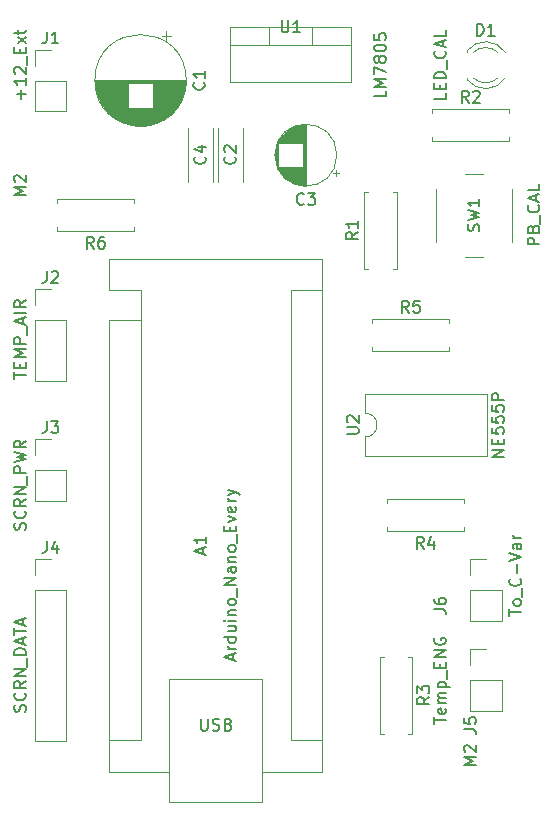
<source format=gbr>
%TF.GenerationSoftware,KiCad,Pcbnew,(6.0.9)*%
%TF.CreationDate,2023-06-07T19:24:55+02:00*%
%TF.ProjectId,PCB_Complet,5043425f-436f-46d7-906c-65742e6b6963,rev?*%
%TF.SameCoordinates,Original*%
%TF.FileFunction,Legend,Top*%
%TF.FilePolarity,Positive*%
%FSLAX46Y46*%
G04 Gerber Fmt 4.6, Leading zero omitted, Abs format (unit mm)*
G04 Created by KiCad (PCBNEW (6.0.9)) date 2023-06-07 19:24:55*
%MOMM*%
%LPD*%
G01*
G04 APERTURE LIST*
%ADD10C,0.150000*%
%ADD11C,0.120000*%
G04 APERTURE END LIST*
D10*
%TO.C,M2*%
X85522380Y-77009523D02*
X84522380Y-77009523D01*
X85236666Y-76676190D01*
X84522380Y-76342857D01*
X85522380Y-76342857D01*
X84617619Y-75914285D02*
X84570000Y-75866666D01*
X84522380Y-75771428D01*
X84522380Y-75533333D01*
X84570000Y-75438095D01*
X84617619Y-75390476D01*
X84712857Y-75342857D01*
X84808095Y-75342857D01*
X84950952Y-75390476D01*
X85522380Y-75961904D01*
X85522380Y-75342857D01*
X123622380Y-125269523D02*
X122622380Y-125269523D01*
X123336666Y-124936190D01*
X122622380Y-124602857D01*
X123622380Y-124602857D01*
X122717619Y-124174285D02*
X122670000Y-124126666D01*
X122622380Y-124031428D01*
X122622380Y-123793333D01*
X122670000Y-123698095D01*
X122717619Y-123650476D01*
X122812857Y-123602857D01*
X122908095Y-123602857D01*
X123050952Y-123650476D01*
X123622380Y-124221904D01*
X123622380Y-123602857D01*
%TO.C,C1*%
X100587142Y-67486666D02*
X100634761Y-67534285D01*
X100682380Y-67677142D01*
X100682380Y-67772380D01*
X100634761Y-67915238D01*
X100539523Y-68010476D01*
X100444285Y-68058095D01*
X100253809Y-68105714D01*
X100110952Y-68105714D01*
X99920476Y-68058095D01*
X99825238Y-68010476D01*
X99730000Y-67915238D01*
X99682380Y-67772380D01*
X99682380Y-67677142D01*
X99730000Y-67534285D01*
X99777619Y-67486666D01*
X100682380Y-66534285D02*
X100682380Y-67105714D01*
X100682380Y-66820000D02*
X99682380Y-66820000D01*
X99825238Y-66915238D01*
X99920476Y-67010476D01*
X99968095Y-67105714D01*
%TO.C,J6*%
X120082380Y-112123333D02*
X120796666Y-112123333D01*
X120939523Y-112170952D01*
X121034761Y-112266190D01*
X121082380Y-112409047D01*
X121082380Y-112504285D01*
X120082380Y-111218571D02*
X120082380Y-111409047D01*
X120130000Y-111504285D01*
X120177619Y-111551904D01*
X120320476Y-111647142D01*
X120510952Y-111694761D01*
X120891904Y-111694761D01*
X120987142Y-111647142D01*
X121034761Y-111599523D01*
X121082380Y-111504285D01*
X121082380Y-111313809D01*
X121034761Y-111218571D01*
X120987142Y-111170952D01*
X120891904Y-111123333D01*
X120653809Y-111123333D01*
X120558571Y-111170952D01*
X120510952Y-111218571D01*
X120463333Y-111313809D01*
X120463333Y-111504285D01*
X120510952Y-111599523D01*
X120558571Y-111647142D01*
X120653809Y-111694761D01*
X126452380Y-112648571D02*
X126452380Y-112077142D01*
X127452380Y-112362857D02*
X126452380Y-112362857D01*
X127452380Y-111600952D02*
X127404761Y-111696190D01*
X127357142Y-111743809D01*
X127261904Y-111791428D01*
X126976190Y-111791428D01*
X126880952Y-111743809D01*
X126833333Y-111696190D01*
X126785714Y-111600952D01*
X126785714Y-111458095D01*
X126833333Y-111362857D01*
X126880952Y-111315238D01*
X126976190Y-111267619D01*
X127261904Y-111267619D01*
X127357142Y-111315238D01*
X127404761Y-111362857D01*
X127452380Y-111458095D01*
X127452380Y-111600952D01*
X127547619Y-111077142D02*
X127547619Y-110315238D01*
X127357142Y-109505714D02*
X127404761Y-109553333D01*
X127452380Y-109696190D01*
X127452380Y-109791428D01*
X127404761Y-109934285D01*
X127309523Y-110029523D01*
X127214285Y-110077142D01*
X127023809Y-110124761D01*
X126880952Y-110124761D01*
X126690476Y-110077142D01*
X126595238Y-110029523D01*
X126500000Y-109934285D01*
X126452380Y-109791428D01*
X126452380Y-109696190D01*
X126500000Y-109553333D01*
X126547619Y-109505714D01*
X127071428Y-109077142D02*
X127071428Y-108315238D01*
X126452380Y-107981904D02*
X127452380Y-107648571D01*
X126452380Y-107315238D01*
X127452380Y-106553333D02*
X126928571Y-106553333D01*
X126833333Y-106600952D01*
X126785714Y-106696190D01*
X126785714Y-106886666D01*
X126833333Y-106981904D01*
X127404761Y-106553333D02*
X127452380Y-106648571D01*
X127452380Y-106886666D01*
X127404761Y-106981904D01*
X127309523Y-107029523D01*
X127214285Y-107029523D01*
X127119047Y-106981904D01*
X127071428Y-106886666D01*
X127071428Y-106648571D01*
X127023809Y-106553333D01*
X127452380Y-106077142D02*
X126785714Y-106077142D01*
X126976190Y-106077142D02*
X126880952Y-106029523D01*
X126833333Y-105981904D01*
X126785714Y-105886666D01*
X126785714Y-105791428D01*
%TO.C,C4*%
X100667142Y-73786666D02*
X100714761Y-73834285D01*
X100762380Y-73977142D01*
X100762380Y-74072380D01*
X100714761Y-74215238D01*
X100619523Y-74310476D01*
X100524285Y-74358095D01*
X100333809Y-74405714D01*
X100190952Y-74405714D01*
X100000476Y-74358095D01*
X99905238Y-74310476D01*
X99810000Y-74215238D01*
X99762380Y-74072380D01*
X99762380Y-73977142D01*
X99810000Y-73834285D01*
X99857619Y-73786666D01*
X100095714Y-72929523D02*
X100762380Y-72929523D01*
X99714761Y-73167619D02*
X100429047Y-73405714D01*
X100429047Y-72786666D01*
%TO.C,R3*%
X119662380Y-119546666D02*
X119186190Y-119880000D01*
X119662380Y-120118095D02*
X118662380Y-120118095D01*
X118662380Y-119737142D01*
X118710000Y-119641904D01*
X118757619Y-119594285D01*
X118852857Y-119546666D01*
X118995714Y-119546666D01*
X119090952Y-119594285D01*
X119138571Y-119641904D01*
X119186190Y-119737142D01*
X119186190Y-120118095D01*
X118662380Y-119213333D02*
X118662380Y-118594285D01*
X119043333Y-118927619D01*
X119043333Y-118784761D01*
X119090952Y-118689523D01*
X119138571Y-118641904D01*
X119233809Y-118594285D01*
X119471904Y-118594285D01*
X119567142Y-118641904D01*
X119614761Y-118689523D01*
X119662380Y-118784761D01*
X119662380Y-119070476D01*
X119614761Y-119165714D01*
X119567142Y-119213333D01*
%TO.C,SW1*%
X123864761Y-80073333D02*
X123912380Y-79930476D01*
X123912380Y-79692380D01*
X123864761Y-79597142D01*
X123817142Y-79549523D01*
X123721904Y-79501904D01*
X123626666Y-79501904D01*
X123531428Y-79549523D01*
X123483809Y-79597142D01*
X123436190Y-79692380D01*
X123388571Y-79882857D01*
X123340952Y-79978095D01*
X123293333Y-80025714D01*
X123198095Y-80073333D01*
X123102857Y-80073333D01*
X123007619Y-80025714D01*
X122960000Y-79978095D01*
X122912380Y-79882857D01*
X122912380Y-79644761D01*
X122960000Y-79501904D01*
X122912380Y-79168571D02*
X123912380Y-78930476D01*
X123198095Y-78740000D01*
X123912380Y-78549523D01*
X122912380Y-78311428D01*
X123912380Y-77406666D02*
X123912380Y-77978095D01*
X123912380Y-77692380D02*
X122912380Y-77692380D01*
X123055238Y-77787619D01*
X123150476Y-77882857D01*
X123198095Y-77978095D01*
X128992380Y-81216190D02*
X127992380Y-81216190D01*
X127992380Y-80835238D01*
X128040000Y-80740000D01*
X128087619Y-80692380D01*
X128182857Y-80644761D01*
X128325714Y-80644761D01*
X128420952Y-80692380D01*
X128468571Y-80740000D01*
X128516190Y-80835238D01*
X128516190Y-81216190D01*
X128468571Y-79882857D02*
X128516190Y-79740000D01*
X128563809Y-79692380D01*
X128659047Y-79644761D01*
X128801904Y-79644761D01*
X128897142Y-79692380D01*
X128944761Y-79740000D01*
X128992380Y-79835238D01*
X128992380Y-80216190D01*
X127992380Y-80216190D01*
X127992380Y-79882857D01*
X128040000Y-79787619D01*
X128087619Y-79740000D01*
X128182857Y-79692380D01*
X128278095Y-79692380D01*
X128373333Y-79740000D01*
X128420952Y-79787619D01*
X128468571Y-79882857D01*
X128468571Y-80216190D01*
X129087619Y-79454285D02*
X129087619Y-78692380D01*
X128897142Y-77882857D02*
X128944761Y-77930476D01*
X128992380Y-78073333D01*
X128992380Y-78168571D01*
X128944761Y-78311428D01*
X128849523Y-78406666D01*
X128754285Y-78454285D01*
X128563809Y-78501904D01*
X128420952Y-78501904D01*
X128230476Y-78454285D01*
X128135238Y-78406666D01*
X128040000Y-78311428D01*
X127992380Y-78168571D01*
X127992380Y-78073333D01*
X128040000Y-77930476D01*
X128087619Y-77882857D01*
X128706666Y-77501904D02*
X128706666Y-77025714D01*
X128992380Y-77597142D02*
X127992380Y-77263809D01*
X128992380Y-76930476D01*
X128992380Y-76120952D02*
X128992380Y-76597142D01*
X127992380Y-76597142D01*
%TO.C,R4*%
X119193333Y-106962380D02*
X118860000Y-106486190D01*
X118621904Y-106962380D02*
X118621904Y-105962380D01*
X119002857Y-105962380D01*
X119098095Y-106010000D01*
X119145714Y-106057619D01*
X119193333Y-106152857D01*
X119193333Y-106295714D01*
X119145714Y-106390952D01*
X119098095Y-106438571D01*
X119002857Y-106486190D01*
X118621904Y-106486190D01*
X120050476Y-106295714D02*
X120050476Y-106962380D01*
X119812380Y-105914761D02*
X119574285Y-106629047D01*
X120193333Y-106629047D01*
%TO.C,U1*%
X107168095Y-62252380D02*
X107168095Y-63061904D01*
X107215714Y-63157142D01*
X107263333Y-63204761D01*
X107358571Y-63252380D01*
X107549047Y-63252380D01*
X107644285Y-63204761D01*
X107691904Y-63157142D01*
X107739523Y-63061904D01*
X107739523Y-62252380D01*
X108739523Y-63252380D02*
X108168095Y-63252380D01*
X108453809Y-63252380D02*
X108453809Y-62252380D01*
X108358571Y-62395238D01*
X108263333Y-62490476D01*
X108168095Y-62538095D01*
X116002380Y-68206666D02*
X116002380Y-68682857D01*
X115002380Y-68682857D01*
X116002380Y-67873333D02*
X115002380Y-67873333D01*
X115716666Y-67540000D01*
X115002380Y-67206666D01*
X116002380Y-67206666D01*
X115002380Y-66825714D02*
X115002380Y-66159047D01*
X116002380Y-66587619D01*
X115430952Y-65635238D02*
X115383333Y-65730476D01*
X115335714Y-65778095D01*
X115240476Y-65825714D01*
X115192857Y-65825714D01*
X115097619Y-65778095D01*
X115050000Y-65730476D01*
X115002380Y-65635238D01*
X115002380Y-65444761D01*
X115050000Y-65349523D01*
X115097619Y-65301904D01*
X115192857Y-65254285D01*
X115240476Y-65254285D01*
X115335714Y-65301904D01*
X115383333Y-65349523D01*
X115430952Y-65444761D01*
X115430952Y-65635238D01*
X115478571Y-65730476D01*
X115526190Y-65778095D01*
X115621428Y-65825714D01*
X115811904Y-65825714D01*
X115907142Y-65778095D01*
X115954761Y-65730476D01*
X116002380Y-65635238D01*
X116002380Y-65444761D01*
X115954761Y-65349523D01*
X115907142Y-65301904D01*
X115811904Y-65254285D01*
X115621428Y-65254285D01*
X115526190Y-65301904D01*
X115478571Y-65349523D01*
X115430952Y-65444761D01*
X115002380Y-64635238D02*
X115002380Y-64540000D01*
X115050000Y-64444761D01*
X115097619Y-64397142D01*
X115192857Y-64349523D01*
X115383333Y-64301904D01*
X115621428Y-64301904D01*
X115811904Y-64349523D01*
X115907142Y-64397142D01*
X115954761Y-64444761D01*
X116002380Y-64540000D01*
X116002380Y-64635238D01*
X115954761Y-64730476D01*
X115907142Y-64778095D01*
X115811904Y-64825714D01*
X115621428Y-64873333D01*
X115383333Y-64873333D01*
X115192857Y-64825714D01*
X115097619Y-64778095D01*
X115050000Y-64730476D01*
X115002380Y-64635238D01*
X115002380Y-63397142D02*
X115002380Y-63873333D01*
X115478571Y-63920952D01*
X115430952Y-63873333D01*
X115383333Y-63778095D01*
X115383333Y-63540000D01*
X115430952Y-63444761D01*
X115478571Y-63397142D01*
X115573809Y-63349523D01*
X115811904Y-63349523D01*
X115907142Y-63397142D01*
X115954761Y-63444761D01*
X116002380Y-63540000D01*
X116002380Y-63778095D01*
X115954761Y-63873333D01*
X115907142Y-63920952D01*
%TO.C,R6*%
X91253333Y-81562380D02*
X90920000Y-81086190D01*
X90681904Y-81562380D02*
X90681904Y-80562380D01*
X91062857Y-80562380D01*
X91158095Y-80610000D01*
X91205714Y-80657619D01*
X91253333Y-80752857D01*
X91253333Y-80895714D01*
X91205714Y-80990952D01*
X91158095Y-81038571D01*
X91062857Y-81086190D01*
X90681904Y-81086190D01*
X92110476Y-80562380D02*
X91920000Y-80562380D01*
X91824761Y-80610000D01*
X91777142Y-80657619D01*
X91681904Y-80800476D01*
X91634285Y-80990952D01*
X91634285Y-81371904D01*
X91681904Y-81467142D01*
X91729523Y-81514761D01*
X91824761Y-81562380D01*
X92015238Y-81562380D01*
X92110476Y-81514761D01*
X92158095Y-81467142D01*
X92205714Y-81371904D01*
X92205714Y-81133809D01*
X92158095Y-81038571D01*
X92110476Y-80990952D01*
X92015238Y-80943333D01*
X91824761Y-80943333D01*
X91729523Y-80990952D01*
X91681904Y-81038571D01*
X91634285Y-81133809D01*
%TO.C,R2*%
X123003333Y-69202380D02*
X122670000Y-68726190D01*
X122431904Y-69202380D02*
X122431904Y-68202380D01*
X122812857Y-68202380D01*
X122908095Y-68250000D01*
X122955714Y-68297619D01*
X123003333Y-68392857D01*
X123003333Y-68535714D01*
X122955714Y-68630952D01*
X122908095Y-68678571D01*
X122812857Y-68726190D01*
X122431904Y-68726190D01*
X123384285Y-68297619D02*
X123431904Y-68250000D01*
X123527142Y-68202380D01*
X123765238Y-68202380D01*
X123860476Y-68250000D01*
X123908095Y-68297619D01*
X123955714Y-68392857D01*
X123955714Y-68488095D01*
X123908095Y-68630952D01*
X123336666Y-69202380D01*
X123955714Y-69202380D01*
%TO.C,C2*%
X103207142Y-73786666D02*
X103254761Y-73834285D01*
X103302380Y-73977142D01*
X103302380Y-74072380D01*
X103254761Y-74215238D01*
X103159523Y-74310476D01*
X103064285Y-74358095D01*
X102873809Y-74405714D01*
X102730952Y-74405714D01*
X102540476Y-74358095D01*
X102445238Y-74310476D01*
X102350000Y-74215238D01*
X102302380Y-74072380D01*
X102302380Y-73977142D01*
X102350000Y-73834285D01*
X102397619Y-73786666D01*
X102397619Y-73405714D02*
X102350000Y-73358095D01*
X102302380Y-73262857D01*
X102302380Y-73024761D01*
X102350000Y-72929523D01*
X102397619Y-72881904D01*
X102492857Y-72834285D01*
X102588095Y-72834285D01*
X102730952Y-72881904D01*
X103302380Y-73453333D01*
X103302380Y-72834285D01*
%TO.C,J3*%
X87276666Y-96182380D02*
X87276666Y-96896666D01*
X87229047Y-97039523D01*
X87133809Y-97134761D01*
X86990952Y-97182380D01*
X86895714Y-97182380D01*
X87657619Y-96182380D02*
X88276666Y-96182380D01*
X87943333Y-96563333D01*
X88086190Y-96563333D01*
X88181428Y-96610952D01*
X88229047Y-96658571D01*
X88276666Y-96753809D01*
X88276666Y-96991904D01*
X88229047Y-97087142D01*
X88181428Y-97134761D01*
X88086190Y-97182380D01*
X87800476Y-97182380D01*
X87705238Y-97134761D01*
X87657619Y-97087142D01*
X85474761Y-105361904D02*
X85522380Y-105219047D01*
X85522380Y-104980952D01*
X85474761Y-104885714D01*
X85427142Y-104838095D01*
X85331904Y-104790476D01*
X85236666Y-104790476D01*
X85141428Y-104838095D01*
X85093809Y-104885714D01*
X85046190Y-104980952D01*
X84998571Y-105171428D01*
X84950952Y-105266666D01*
X84903333Y-105314285D01*
X84808095Y-105361904D01*
X84712857Y-105361904D01*
X84617619Y-105314285D01*
X84570000Y-105266666D01*
X84522380Y-105171428D01*
X84522380Y-104933333D01*
X84570000Y-104790476D01*
X85427142Y-103790476D02*
X85474761Y-103838095D01*
X85522380Y-103980952D01*
X85522380Y-104076190D01*
X85474761Y-104219047D01*
X85379523Y-104314285D01*
X85284285Y-104361904D01*
X85093809Y-104409523D01*
X84950952Y-104409523D01*
X84760476Y-104361904D01*
X84665238Y-104314285D01*
X84570000Y-104219047D01*
X84522380Y-104076190D01*
X84522380Y-103980952D01*
X84570000Y-103838095D01*
X84617619Y-103790476D01*
X85522380Y-102790476D02*
X85046190Y-103123809D01*
X85522380Y-103361904D02*
X84522380Y-103361904D01*
X84522380Y-102980952D01*
X84570000Y-102885714D01*
X84617619Y-102838095D01*
X84712857Y-102790476D01*
X84855714Y-102790476D01*
X84950952Y-102838095D01*
X84998571Y-102885714D01*
X85046190Y-102980952D01*
X85046190Y-103361904D01*
X85522380Y-102361904D02*
X84522380Y-102361904D01*
X85522380Y-101790476D01*
X84522380Y-101790476D01*
X85617619Y-101552380D02*
X85617619Y-100790476D01*
X85522380Y-100552380D02*
X84522380Y-100552380D01*
X84522380Y-100171428D01*
X84570000Y-100076190D01*
X84617619Y-100028571D01*
X84712857Y-99980952D01*
X84855714Y-99980952D01*
X84950952Y-100028571D01*
X84998571Y-100076190D01*
X85046190Y-100171428D01*
X85046190Y-100552380D01*
X84522380Y-99647619D02*
X85522380Y-99409523D01*
X84808095Y-99219047D01*
X85522380Y-99028571D01*
X84522380Y-98790476D01*
X85522380Y-97838095D02*
X85046190Y-98171428D01*
X85522380Y-98409523D02*
X84522380Y-98409523D01*
X84522380Y-98028571D01*
X84570000Y-97933333D01*
X84617619Y-97885714D01*
X84712857Y-97838095D01*
X84855714Y-97838095D01*
X84950952Y-97885714D01*
X84998571Y-97933333D01*
X85046190Y-98028571D01*
X85046190Y-98409523D01*
%TO.C,C3*%
X109053333Y-77767142D02*
X109005714Y-77814761D01*
X108862857Y-77862380D01*
X108767619Y-77862380D01*
X108624761Y-77814761D01*
X108529523Y-77719523D01*
X108481904Y-77624285D01*
X108434285Y-77433809D01*
X108434285Y-77290952D01*
X108481904Y-77100476D01*
X108529523Y-77005238D01*
X108624761Y-76910000D01*
X108767619Y-76862380D01*
X108862857Y-76862380D01*
X109005714Y-76910000D01*
X109053333Y-76957619D01*
X109386666Y-76862380D02*
X110005714Y-76862380D01*
X109672380Y-77243333D01*
X109815238Y-77243333D01*
X109910476Y-77290952D01*
X109958095Y-77338571D01*
X110005714Y-77433809D01*
X110005714Y-77671904D01*
X109958095Y-77767142D01*
X109910476Y-77814761D01*
X109815238Y-77862380D01*
X109529523Y-77862380D01*
X109434285Y-77814761D01*
X109386666Y-77767142D01*
%TO.C,R1*%
X113632380Y-80176666D02*
X113156190Y-80510000D01*
X113632380Y-80748095D02*
X112632380Y-80748095D01*
X112632380Y-80367142D01*
X112680000Y-80271904D01*
X112727619Y-80224285D01*
X112822857Y-80176666D01*
X112965714Y-80176666D01*
X113060952Y-80224285D01*
X113108571Y-80271904D01*
X113156190Y-80367142D01*
X113156190Y-80748095D01*
X113632380Y-79224285D02*
X113632380Y-79795714D01*
X113632380Y-79510000D02*
X112632380Y-79510000D01*
X112775238Y-79605238D01*
X112870476Y-79700476D01*
X112918095Y-79795714D01*
%TO.C,J4*%
X87276666Y-106342380D02*
X87276666Y-107056666D01*
X87229047Y-107199523D01*
X87133809Y-107294761D01*
X86990952Y-107342380D01*
X86895714Y-107342380D01*
X88181428Y-106675714D02*
X88181428Y-107342380D01*
X87943333Y-106294761D02*
X87705238Y-107009047D01*
X88324285Y-107009047D01*
X85474761Y-120768571D02*
X85522380Y-120625714D01*
X85522380Y-120387619D01*
X85474761Y-120292380D01*
X85427142Y-120244761D01*
X85331904Y-120197142D01*
X85236666Y-120197142D01*
X85141428Y-120244761D01*
X85093809Y-120292380D01*
X85046190Y-120387619D01*
X84998571Y-120578095D01*
X84950952Y-120673333D01*
X84903333Y-120720952D01*
X84808095Y-120768571D01*
X84712857Y-120768571D01*
X84617619Y-120720952D01*
X84570000Y-120673333D01*
X84522380Y-120578095D01*
X84522380Y-120340000D01*
X84570000Y-120197142D01*
X85427142Y-119197142D02*
X85474761Y-119244761D01*
X85522380Y-119387619D01*
X85522380Y-119482857D01*
X85474761Y-119625714D01*
X85379523Y-119720952D01*
X85284285Y-119768571D01*
X85093809Y-119816190D01*
X84950952Y-119816190D01*
X84760476Y-119768571D01*
X84665238Y-119720952D01*
X84570000Y-119625714D01*
X84522380Y-119482857D01*
X84522380Y-119387619D01*
X84570000Y-119244761D01*
X84617619Y-119197142D01*
X85522380Y-118197142D02*
X85046190Y-118530476D01*
X85522380Y-118768571D02*
X84522380Y-118768571D01*
X84522380Y-118387619D01*
X84570000Y-118292380D01*
X84617619Y-118244761D01*
X84712857Y-118197142D01*
X84855714Y-118197142D01*
X84950952Y-118244761D01*
X84998571Y-118292380D01*
X85046190Y-118387619D01*
X85046190Y-118768571D01*
X85522380Y-117768571D02*
X84522380Y-117768571D01*
X85522380Y-117197142D01*
X84522380Y-117197142D01*
X85617619Y-116959047D02*
X85617619Y-116197142D01*
X85522380Y-115959047D02*
X84522380Y-115959047D01*
X84522380Y-115720952D01*
X84570000Y-115578095D01*
X84665238Y-115482857D01*
X84760476Y-115435238D01*
X84950952Y-115387619D01*
X85093809Y-115387619D01*
X85284285Y-115435238D01*
X85379523Y-115482857D01*
X85474761Y-115578095D01*
X85522380Y-115720952D01*
X85522380Y-115959047D01*
X85236666Y-115006666D02*
X85236666Y-114530476D01*
X85522380Y-115101904D02*
X84522380Y-114768571D01*
X85522380Y-114435238D01*
X84522380Y-114244761D02*
X84522380Y-113673333D01*
X85522380Y-113959047D02*
X84522380Y-113959047D01*
X85236666Y-113387619D02*
X85236666Y-112911428D01*
X85522380Y-113482857D02*
X84522380Y-113149523D01*
X85522380Y-112816190D01*
%TO.C,U2*%
X112702380Y-97271904D02*
X113511904Y-97271904D01*
X113607142Y-97224285D01*
X113654761Y-97176666D01*
X113702380Y-97081428D01*
X113702380Y-96890952D01*
X113654761Y-96795714D01*
X113607142Y-96748095D01*
X113511904Y-96700476D01*
X112702380Y-96700476D01*
X112797619Y-96271904D02*
X112750000Y-96224285D01*
X112702380Y-96129047D01*
X112702380Y-95890952D01*
X112750000Y-95795714D01*
X112797619Y-95748095D01*
X112892857Y-95700476D01*
X112988095Y-95700476D01*
X113130952Y-95748095D01*
X113702380Y-96319523D01*
X113702380Y-95700476D01*
X125982380Y-99176666D02*
X124982380Y-99176666D01*
X125982380Y-98605238D01*
X124982380Y-98605238D01*
X125458571Y-98129047D02*
X125458571Y-97795714D01*
X125982380Y-97652857D02*
X125982380Y-98129047D01*
X124982380Y-98129047D01*
X124982380Y-97652857D01*
X124982380Y-96748095D02*
X124982380Y-97224285D01*
X125458571Y-97271904D01*
X125410952Y-97224285D01*
X125363333Y-97129047D01*
X125363333Y-96890952D01*
X125410952Y-96795714D01*
X125458571Y-96748095D01*
X125553809Y-96700476D01*
X125791904Y-96700476D01*
X125887142Y-96748095D01*
X125934761Y-96795714D01*
X125982380Y-96890952D01*
X125982380Y-97129047D01*
X125934761Y-97224285D01*
X125887142Y-97271904D01*
X124982380Y-95795714D02*
X124982380Y-96271904D01*
X125458571Y-96319523D01*
X125410952Y-96271904D01*
X125363333Y-96176666D01*
X125363333Y-95938571D01*
X125410952Y-95843333D01*
X125458571Y-95795714D01*
X125553809Y-95748095D01*
X125791904Y-95748095D01*
X125887142Y-95795714D01*
X125934761Y-95843333D01*
X125982380Y-95938571D01*
X125982380Y-96176666D01*
X125934761Y-96271904D01*
X125887142Y-96319523D01*
X124982380Y-94843333D02*
X124982380Y-95319523D01*
X125458571Y-95367142D01*
X125410952Y-95319523D01*
X125363333Y-95224285D01*
X125363333Y-94986190D01*
X125410952Y-94890952D01*
X125458571Y-94843333D01*
X125553809Y-94795714D01*
X125791904Y-94795714D01*
X125887142Y-94843333D01*
X125934761Y-94890952D01*
X125982380Y-94986190D01*
X125982380Y-95224285D01*
X125934761Y-95319523D01*
X125887142Y-95367142D01*
X125982380Y-94367142D02*
X124982380Y-94367142D01*
X124982380Y-93986190D01*
X125030000Y-93890952D01*
X125077619Y-93843333D01*
X125172857Y-93795714D01*
X125315714Y-93795714D01*
X125410952Y-93843333D01*
X125458571Y-93890952D01*
X125506190Y-93986190D01*
X125506190Y-94367142D01*
%TO.C,A1*%
X100476666Y-107394285D02*
X100476666Y-106918095D01*
X100762380Y-107489523D02*
X99762380Y-107156190D01*
X100762380Y-106822857D01*
X100762380Y-105965714D02*
X100762380Y-106537142D01*
X100762380Y-106251428D02*
X99762380Y-106251428D01*
X99905238Y-106346666D01*
X100000476Y-106441904D01*
X100048095Y-106537142D01*
X103016666Y-116410476D02*
X103016666Y-115934285D01*
X103302380Y-116505714D02*
X102302380Y-116172380D01*
X103302380Y-115839047D01*
X103302380Y-115505714D02*
X102635714Y-115505714D01*
X102826190Y-115505714D02*
X102730952Y-115458095D01*
X102683333Y-115410476D01*
X102635714Y-115315238D01*
X102635714Y-115220000D01*
X103302380Y-114458095D02*
X102302380Y-114458095D01*
X103254761Y-114458095D02*
X103302380Y-114553333D01*
X103302380Y-114743809D01*
X103254761Y-114839047D01*
X103207142Y-114886666D01*
X103111904Y-114934285D01*
X102826190Y-114934285D01*
X102730952Y-114886666D01*
X102683333Y-114839047D01*
X102635714Y-114743809D01*
X102635714Y-114553333D01*
X102683333Y-114458095D01*
X102635714Y-113553333D02*
X103302380Y-113553333D01*
X102635714Y-113981904D02*
X103159523Y-113981904D01*
X103254761Y-113934285D01*
X103302380Y-113839047D01*
X103302380Y-113696190D01*
X103254761Y-113600952D01*
X103207142Y-113553333D01*
X103302380Y-113077142D02*
X102635714Y-113077142D01*
X102302380Y-113077142D02*
X102350000Y-113124761D01*
X102397619Y-113077142D01*
X102350000Y-113029523D01*
X102302380Y-113077142D01*
X102397619Y-113077142D01*
X102635714Y-112600952D02*
X103302380Y-112600952D01*
X102730952Y-112600952D02*
X102683333Y-112553333D01*
X102635714Y-112458095D01*
X102635714Y-112315238D01*
X102683333Y-112220000D01*
X102778571Y-112172380D01*
X103302380Y-112172380D01*
X103302380Y-111553333D02*
X103254761Y-111648571D01*
X103207142Y-111696190D01*
X103111904Y-111743809D01*
X102826190Y-111743809D01*
X102730952Y-111696190D01*
X102683333Y-111648571D01*
X102635714Y-111553333D01*
X102635714Y-111410476D01*
X102683333Y-111315238D01*
X102730952Y-111267619D01*
X102826190Y-111220000D01*
X103111904Y-111220000D01*
X103207142Y-111267619D01*
X103254761Y-111315238D01*
X103302380Y-111410476D01*
X103302380Y-111553333D01*
X103397619Y-111029523D02*
X103397619Y-110267619D01*
X103302380Y-110029523D02*
X102302380Y-110029523D01*
X103302380Y-109458095D01*
X102302380Y-109458095D01*
X103302380Y-108553333D02*
X102778571Y-108553333D01*
X102683333Y-108600952D01*
X102635714Y-108696190D01*
X102635714Y-108886666D01*
X102683333Y-108981904D01*
X103254761Y-108553333D02*
X103302380Y-108648571D01*
X103302380Y-108886666D01*
X103254761Y-108981904D01*
X103159523Y-109029523D01*
X103064285Y-109029523D01*
X102969047Y-108981904D01*
X102921428Y-108886666D01*
X102921428Y-108648571D01*
X102873809Y-108553333D01*
X102635714Y-108077142D02*
X103302380Y-108077142D01*
X102730952Y-108077142D02*
X102683333Y-108029523D01*
X102635714Y-107934285D01*
X102635714Y-107791428D01*
X102683333Y-107696190D01*
X102778571Y-107648571D01*
X103302380Y-107648571D01*
X103302380Y-107029523D02*
X103254761Y-107124761D01*
X103207142Y-107172380D01*
X103111904Y-107220000D01*
X102826190Y-107220000D01*
X102730952Y-107172380D01*
X102683333Y-107124761D01*
X102635714Y-107029523D01*
X102635714Y-106886666D01*
X102683333Y-106791428D01*
X102730952Y-106743809D01*
X102826190Y-106696190D01*
X103111904Y-106696190D01*
X103207142Y-106743809D01*
X103254761Y-106791428D01*
X103302380Y-106886666D01*
X103302380Y-107029523D01*
X103397619Y-106505714D02*
X103397619Y-105743809D01*
X102778571Y-105505714D02*
X102778571Y-105172380D01*
X103302380Y-105029523D02*
X103302380Y-105505714D01*
X102302380Y-105505714D01*
X102302380Y-105029523D01*
X102635714Y-104696190D02*
X103302380Y-104458095D01*
X102635714Y-104220000D01*
X103254761Y-103458095D02*
X103302380Y-103553333D01*
X103302380Y-103743809D01*
X103254761Y-103839047D01*
X103159523Y-103886666D01*
X102778571Y-103886666D01*
X102683333Y-103839047D01*
X102635714Y-103743809D01*
X102635714Y-103553333D01*
X102683333Y-103458095D01*
X102778571Y-103410476D01*
X102873809Y-103410476D01*
X102969047Y-103886666D01*
X103302380Y-102981904D02*
X102635714Y-102981904D01*
X102826190Y-102981904D02*
X102730952Y-102934285D01*
X102683333Y-102886666D01*
X102635714Y-102791428D01*
X102635714Y-102696190D01*
X102635714Y-102458095D02*
X103302380Y-102220000D01*
X102635714Y-101981904D02*
X103302380Y-102220000D01*
X103540476Y-102315238D01*
X103588095Y-102362857D01*
X103635714Y-102458095D01*
X100338095Y-121372380D02*
X100338095Y-122181904D01*
X100385714Y-122277142D01*
X100433333Y-122324761D01*
X100528571Y-122372380D01*
X100719047Y-122372380D01*
X100814285Y-122324761D01*
X100861904Y-122277142D01*
X100909523Y-122181904D01*
X100909523Y-121372380D01*
X101338095Y-122324761D02*
X101480952Y-122372380D01*
X101719047Y-122372380D01*
X101814285Y-122324761D01*
X101861904Y-122277142D01*
X101909523Y-122181904D01*
X101909523Y-122086666D01*
X101861904Y-121991428D01*
X101814285Y-121943809D01*
X101719047Y-121896190D01*
X101528571Y-121848571D01*
X101433333Y-121800952D01*
X101385714Y-121753333D01*
X101338095Y-121658095D01*
X101338095Y-121562857D01*
X101385714Y-121467619D01*
X101433333Y-121420000D01*
X101528571Y-121372380D01*
X101766666Y-121372380D01*
X101909523Y-121420000D01*
X102671428Y-121848571D02*
X102814285Y-121896190D01*
X102861904Y-121943809D01*
X102909523Y-122039047D01*
X102909523Y-122181904D01*
X102861904Y-122277142D01*
X102814285Y-122324761D01*
X102719047Y-122372380D01*
X102338095Y-122372380D01*
X102338095Y-121372380D01*
X102671428Y-121372380D01*
X102766666Y-121420000D01*
X102814285Y-121467619D01*
X102861904Y-121562857D01*
X102861904Y-121658095D01*
X102814285Y-121753333D01*
X102766666Y-121800952D01*
X102671428Y-121848571D01*
X102338095Y-121848571D01*
%TO.C,J2*%
X87276666Y-83482380D02*
X87276666Y-84196666D01*
X87229047Y-84339523D01*
X87133809Y-84434761D01*
X86990952Y-84482380D01*
X86895714Y-84482380D01*
X87705238Y-83577619D02*
X87752857Y-83530000D01*
X87848095Y-83482380D01*
X88086190Y-83482380D01*
X88181428Y-83530000D01*
X88229047Y-83577619D01*
X88276666Y-83672857D01*
X88276666Y-83768095D01*
X88229047Y-83910952D01*
X87657619Y-84482380D01*
X88276666Y-84482380D01*
X84522380Y-92574642D02*
X84522380Y-92003214D01*
X85522380Y-92288928D02*
X84522380Y-92288928D01*
X84998571Y-91669880D02*
X84998571Y-91336547D01*
X85522380Y-91193690D02*
X85522380Y-91669880D01*
X84522380Y-91669880D01*
X84522380Y-91193690D01*
X85522380Y-90765119D02*
X84522380Y-90765119D01*
X85236666Y-90431785D01*
X84522380Y-90098452D01*
X85522380Y-90098452D01*
X85522380Y-89622261D02*
X84522380Y-89622261D01*
X84522380Y-89241309D01*
X84570000Y-89146071D01*
X84617619Y-89098452D01*
X84712857Y-89050833D01*
X84855714Y-89050833D01*
X84950952Y-89098452D01*
X84998571Y-89146071D01*
X85046190Y-89241309D01*
X85046190Y-89622261D01*
X85617619Y-88860357D02*
X85617619Y-88098452D01*
X85236666Y-87907976D02*
X85236666Y-87431785D01*
X85522380Y-88003214D02*
X84522380Y-87669880D01*
X85522380Y-87336547D01*
X85522380Y-87003214D02*
X84522380Y-87003214D01*
X85522380Y-85955595D02*
X85046190Y-86288928D01*
X85522380Y-86527023D02*
X84522380Y-86527023D01*
X84522380Y-86146071D01*
X84570000Y-86050833D01*
X84617619Y-86003214D01*
X84712857Y-85955595D01*
X84855714Y-85955595D01*
X84950952Y-86003214D01*
X84998571Y-86050833D01*
X85046190Y-86146071D01*
X85046190Y-86527023D01*
%TO.C,J1*%
X87276666Y-63192380D02*
X87276666Y-63906666D01*
X87229047Y-64049523D01*
X87133809Y-64144761D01*
X86990952Y-64192380D01*
X86895714Y-64192380D01*
X88276666Y-64192380D02*
X87705238Y-64192380D01*
X87990952Y-64192380D02*
X87990952Y-63192380D01*
X87895714Y-63335238D01*
X87800476Y-63430476D01*
X87705238Y-63478095D01*
X85141428Y-68897142D02*
X85141428Y-68135238D01*
X85522380Y-68516190D02*
X84760476Y-68516190D01*
X85522380Y-67135238D02*
X85522380Y-67706666D01*
X85522380Y-67420952D02*
X84522380Y-67420952D01*
X84665238Y-67516190D01*
X84760476Y-67611428D01*
X84808095Y-67706666D01*
X84617619Y-66754285D02*
X84570000Y-66706666D01*
X84522380Y-66611428D01*
X84522380Y-66373333D01*
X84570000Y-66278095D01*
X84617619Y-66230476D01*
X84712857Y-66182857D01*
X84808095Y-66182857D01*
X84950952Y-66230476D01*
X85522380Y-66801904D01*
X85522380Y-66182857D01*
X85617619Y-65992380D02*
X85617619Y-65230476D01*
X84998571Y-64992380D02*
X84998571Y-64659047D01*
X85522380Y-64516190D02*
X85522380Y-64992380D01*
X84522380Y-64992380D01*
X84522380Y-64516190D01*
X85522380Y-64182857D02*
X84855714Y-63659047D01*
X84855714Y-64182857D02*
X85522380Y-63659047D01*
X84855714Y-63420952D02*
X84855714Y-63040000D01*
X84522380Y-63278095D02*
X85379523Y-63278095D01*
X85474761Y-63230476D01*
X85522380Y-63135238D01*
X85522380Y-63040000D01*
%TO.C,J5*%
X122622380Y-122253333D02*
X123336666Y-122253333D01*
X123479523Y-122300952D01*
X123574761Y-122396190D01*
X123622380Y-122539047D01*
X123622380Y-122634285D01*
X122622380Y-121300952D02*
X122622380Y-121777142D01*
X123098571Y-121824761D01*
X123050952Y-121777142D01*
X123003333Y-121681904D01*
X123003333Y-121443809D01*
X123050952Y-121348571D01*
X123098571Y-121300952D01*
X123193809Y-121253333D01*
X123431904Y-121253333D01*
X123527142Y-121300952D01*
X123574761Y-121348571D01*
X123622380Y-121443809D01*
X123622380Y-121681904D01*
X123574761Y-121777142D01*
X123527142Y-121824761D01*
X120082380Y-121800476D02*
X120082380Y-121229047D01*
X121082380Y-121514761D02*
X120082380Y-121514761D01*
X121034761Y-120514761D02*
X121082380Y-120610000D01*
X121082380Y-120800476D01*
X121034761Y-120895714D01*
X120939523Y-120943333D01*
X120558571Y-120943333D01*
X120463333Y-120895714D01*
X120415714Y-120800476D01*
X120415714Y-120610000D01*
X120463333Y-120514761D01*
X120558571Y-120467142D01*
X120653809Y-120467142D01*
X120749047Y-120943333D01*
X121082380Y-120038571D02*
X120415714Y-120038571D01*
X120510952Y-120038571D02*
X120463333Y-119990952D01*
X120415714Y-119895714D01*
X120415714Y-119752857D01*
X120463333Y-119657619D01*
X120558571Y-119610000D01*
X121082380Y-119610000D01*
X120558571Y-119610000D02*
X120463333Y-119562380D01*
X120415714Y-119467142D01*
X120415714Y-119324285D01*
X120463333Y-119229047D01*
X120558571Y-119181428D01*
X121082380Y-119181428D01*
X120415714Y-118705238D02*
X121415714Y-118705238D01*
X120463333Y-118705238D02*
X120415714Y-118610000D01*
X120415714Y-118419523D01*
X120463333Y-118324285D01*
X120510952Y-118276666D01*
X120606190Y-118229047D01*
X120891904Y-118229047D01*
X120987142Y-118276666D01*
X121034761Y-118324285D01*
X121082380Y-118419523D01*
X121082380Y-118610000D01*
X121034761Y-118705238D01*
X121177619Y-118038571D02*
X121177619Y-117276666D01*
X120558571Y-117038571D02*
X120558571Y-116705238D01*
X121082380Y-116562380D02*
X121082380Y-117038571D01*
X120082380Y-117038571D01*
X120082380Y-116562380D01*
X121082380Y-116133809D02*
X120082380Y-116133809D01*
X121082380Y-115562380D01*
X120082380Y-115562380D01*
X120130000Y-114562380D02*
X120082380Y-114657619D01*
X120082380Y-114800476D01*
X120130000Y-114943333D01*
X120225238Y-115038571D01*
X120320476Y-115086190D01*
X120510952Y-115133809D01*
X120653809Y-115133809D01*
X120844285Y-115086190D01*
X120939523Y-115038571D01*
X121034761Y-114943333D01*
X121082380Y-114800476D01*
X121082380Y-114705238D01*
X121034761Y-114562380D01*
X120987142Y-114514761D01*
X120653809Y-114514761D01*
X120653809Y-114705238D01*
%TO.C,R5*%
X117943333Y-86982380D02*
X117610000Y-86506190D01*
X117371904Y-86982380D02*
X117371904Y-85982380D01*
X117752857Y-85982380D01*
X117848095Y-86030000D01*
X117895714Y-86077619D01*
X117943333Y-86172857D01*
X117943333Y-86315714D01*
X117895714Y-86410952D01*
X117848095Y-86458571D01*
X117752857Y-86506190D01*
X117371904Y-86506190D01*
X118848095Y-85982380D02*
X118371904Y-85982380D01*
X118324285Y-86458571D01*
X118371904Y-86410952D01*
X118467142Y-86363333D01*
X118705238Y-86363333D01*
X118800476Y-86410952D01*
X118848095Y-86458571D01*
X118895714Y-86553809D01*
X118895714Y-86791904D01*
X118848095Y-86887142D01*
X118800476Y-86934761D01*
X118705238Y-86982380D01*
X118467142Y-86982380D01*
X118371904Y-86934761D01*
X118324285Y-86887142D01*
%TO.C,D1*%
X123701904Y-63532380D02*
X123701904Y-62532380D01*
X123940000Y-62532380D01*
X124082857Y-62580000D01*
X124178095Y-62675238D01*
X124225714Y-62770476D01*
X124273333Y-62960952D01*
X124273333Y-63103809D01*
X124225714Y-63294285D01*
X124178095Y-63389523D01*
X124082857Y-63484761D01*
X123940000Y-63532380D01*
X123701904Y-63532380D01*
X125225714Y-63532380D02*
X124654285Y-63532380D01*
X124940000Y-63532380D02*
X124940000Y-62532380D01*
X124844761Y-62675238D01*
X124749523Y-62770476D01*
X124654285Y-62818095D01*
X121082380Y-68397142D02*
X121082380Y-68873333D01*
X120082380Y-68873333D01*
X120558571Y-68063809D02*
X120558571Y-67730476D01*
X121082380Y-67587619D02*
X121082380Y-68063809D01*
X120082380Y-68063809D01*
X120082380Y-67587619D01*
X121082380Y-67159047D02*
X120082380Y-67159047D01*
X120082380Y-66920952D01*
X120130000Y-66778095D01*
X120225238Y-66682857D01*
X120320476Y-66635238D01*
X120510952Y-66587619D01*
X120653809Y-66587619D01*
X120844285Y-66635238D01*
X120939523Y-66682857D01*
X121034761Y-66778095D01*
X121082380Y-66920952D01*
X121082380Y-67159047D01*
X121177619Y-66397142D02*
X121177619Y-65635238D01*
X120987142Y-64825714D02*
X121034761Y-64873333D01*
X121082380Y-65016190D01*
X121082380Y-65111428D01*
X121034761Y-65254285D01*
X120939523Y-65349523D01*
X120844285Y-65397142D01*
X120653809Y-65444761D01*
X120510952Y-65444761D01*
X120320476Y-65397142D01*
X120225238Y-65349523D01*
X120130000Y-65254285D01*
X120082380Y-65111428D01*
X120082380Y-65016190D01*
X120130000Y-64873333D01*
X120177619Y-64825714D01*
X120796666Y-64444761D02*
X120796666Y-63968571D01*
X121082380Y-64540000D02*
X120082380Y-64206666D01*
X121082380Y-63873333D01*
X121082380Y-63063809D02*
X121082380Y-63540000D01*
X120082380Y-63540000D01*
D11*
%TO.C,C1*%
X98968000Y-68161000D02*
X96270000Y-68161000D01*
X94190000Y-68721000D02*
X91662000Y-68721000D01*
X99060000Y-67400000D02*
X91400000Y-67400000D01*
X98750000Y-68841000D02*
X96270000Y-68841000D01*
X99060000Y-67320000D02*
X91400000Y-67320000D01*
X98527000Y-69281000D02*
X96270000Y-69281000D01*
X98161000Y-69801000D02*
X92299000Y-69801000D01*
X94190000Y-69361000D02*
X91981000Y-69361000D01*
X98318000Y-69601000D02*
X96270000Y-69601000D01*
X98402000Y-69481000D02*
X96270000Y-69481000D01*
X97730000Y-70241000D02*
X92730000Y-70241000D01*
X94190000Y-68041000D02*
X91467000Y-68041000D01*
X95671000Y-71161000D02*
X94789000Y-71161000D01*
X94190000Y-68761000D02*
X91677000Y-68761000D01*
X97862000Y-70121000D02*
X92598000Y-70121000D01*
X98814000Y-68681000D02*
X96270000Y-68681000D01*
X94190000Y-68081000D02*
X91475000Y-68081000D01*
X98551000Y-69241000D02*
X96270000Y-69241000D01*
X98843000Y-68601000D02*
X96270000Y-68601000D01*
X97534000Y-70401000D02*
X92926000Y-70401000D01*
X94190000Y-68361000D02*
X91542000Y-68361000D01*
X98428000Y-69441000D02*
X96270000Y-69441000D01*
X98798000Y-68721000D02*
X96270000Y-68721000D01*
X94190000Y-69481000D02*
X92058000Y-69481000D01*
X94190000Y-68601000D02*
X91617000Y-68601000D01*
X98959000Y-68201000D02*
X96270000Y-68201000D01*
X94190000Y-69521000D02*
X92086000Y-69521000D01*
X94190000Y-68281000D02*
X91520000Y-68281000D01*
X99035000Y-67760000D02*
X96270000Y-67760000D01*
X97819000Y-70161000D02*
X92641000Y-70161000D01*
X94190000Y-67680000D02*
X91416000Y-67680000D01*
X97982000Y-70001000D02*
X92478000Y-70001000D01*
X94190000Y-69281000D02*
X91933000Y-69281000D01*
X99055000Y-67520000D02*
X91405000Y-67520000D01*
X98985000Y-68081000D02*
X96270000Y-68081000D01*
X94190000Y-68681000D02*
X91646000Y-68681000D01*
X94190000Y-69561000D02*
X92114000Y-69561000D01*
X98573000Y-69201000D02*
X96270000Y-69201000D01*
X96884000Y-70801000D02*
X93576000Y-70801000D01*
X96505000Y-70961000D02*
X93955000Y-70961000D01*
X98783000Y-68761000D02*
X96270000Y-68761000D01*
X97405000Y-63177789D02*
X97405000Y-63927789D01*
X97903000Y-70081000D02*
X92557000Y-70081000D01*
X98128000Y-69841000D02*
X92332000Y-69841000D01*
X99014000Y-67920000D02*
X96270000Y-67920000D01*
X98258000Y-69681000D02*
X92202000Y-69681000D01*
X94190000Y-68521000D02*
X91590000Y-68521000D01*
X99044000Y-67680000D02*
X96270000Y-67680000D01*
X98993000Y-68041000D02*
X96270000Y-68041000D01*
X97684000Y-70281000D02*
X92776000Y-70281000D01*
X94190000Y-67720000D02*
X91420000Y-67720000D01*
X98977000Y-68121000D02*
X96270000Y-68121000D01*
X96258000Y-71041000D02*
X94202000Y-71041000D01*
X94190000Y-68561000D02*
X91604000Y-68561000D01*
X97480000Y-70441000D02*
X92980000Y-70441000D01*
X94190000Y-67760000D02*
X91425000Y-67760000D01*
X94190000Y-68401000D02*
X91553000Y-68401000D01*
X99053000Y-67560000D02*
X96270000Y-67560000D01*
X97244000Y-70601000D02*
X93216000Y-70601000D01*
X97635000Y-70321000D02*
X92825000Y-70321000D01*
X94190000Y-69201000D02*
X91887000Y-69201000D01*
X94190000Y-69081000D02*
X91823000Y-69081000D01*
X97425000Y-70481000D02*
X93035000Y-70481000D01*
X94190000Y-67560000D02*
X91407000Y-67560000D01*
X99000000Y-68000000D02*
X96270000Y-68000000D01*
X96611000Y-70921000D02*
X93849000Y-70921000D01*
X98595000Y-69161000D02*
X96270000Y-69161000D01*
X97943000Y-70041000D02*
X92517000Y-70041000D01*
X98929000Y-68321000D02*
X96270000Y-68321000D01*
X94190000Y-67960000D02*
X91453000Y-67960000D01*
X96799000Y-70841000D02*
X93661000Y-70841000D01*
X94190000Y-69041000D02*
X91803000Y-69041000D01*
X98194000Y-69761000D02*
X92266000Y-69761000D01*
X97039000Y-70721000D02*
X93421000Y-70721000D01*
X98883000Y-68481000D02*
X96270000Y-68481000D01*
X98870000Y-68521000D02*
X96270000Y-68521000D01*
X96708000Y-70881000D02*
X93752000Y-70881000D01*
X99060000Y-67360000D02*
X91400000Y-67360000D01*
X95923000Y-71121000D02*
X94537000Y-71121000D01*
X94190000Y-68441000D02*
X91565000Y-68441000D01*
X94190000Y-67920000D02*
X91446000Y-67920000D01*
X96107000Y-71081000D02*
X94353000Y-71081000D01*
X98346000Y-69561000D02*
X96270000Y-69561000D01*
X94190000Y-67640000D02*
X91413000Y-67640000D01*
X99007000Y-67960000D02*
X96270000Y-67960000D01*
X94190000Y-67880000D02*
X91440000Y-67880000D01*
X94190000Y-67600000D02*
X91410000Y-67600000D01*
X98616000Y-69121000D02*
X96270000Y-69121000D01*
X98657000Y-69041000D02*
X96270000Y-69041000D01*
X94190000Y-68241000D02*
X91510000Y-68241000D01*
X98677000Y-69001000D02*
X96270000Y-69001000D01*
X99040000Y-67720000D02*
X96270000Y-67720000D01*
X94190000Y-69001000D02*
X91783000Y-69001000D01*
X97367000Y-70521000D02*
X93093000Y-70521000D01*
X97111000Y-70681000D02*
X93349000Y-70681000D01*
X98093000Y-69881000D02*
X92367000Y-69881000D01*
X97776000Y-70201000D02*
X92684000Y-70201000D01*
X97780000Y-63552789D02*
X97030000Y-63552789D01*
X94190000Y-69161000D02*
X91865000Y-69161000D01*
X99031000Y-67800000D02*
X96270000Y-67800000D01*
X94190000Y-68841000D02*
X91710000Y-68841000D01*
X94190000Y-67840000D02*
X91435000Y-67840000D01*
X98020000Y-69961000D02*
X92440000Y-69961000D01*
X97585000Y-70361000D02*
X92875000Y-70361000D01*
X98918000Y-68361000D02*
X96270000Y-68361000D01*
X94190000Y-69241000D02*
X91909000Y-69241000D01*
X99059000Y-67440000D02*
X91401000Y-67440000D01*
X98479000Y-69361000D02*
X96270000Y-69361000D01*
X94190000Y-69321000D02*
X91956000Y-69321000D01*
X94190000Y-68121000D02*
X91483000Y-68121000D01*
X98288000Y-69641000D02*
X92172000Y-69641000D01*
X94190000Y-69441000D02*
X92032000Y-69441000D01*
X99047000Y-67640000D02*
X96270000Y-67640000D01*
X98907000Y-68401000D02*
X96270000Y-68401000D01*
X94190000Y-68481000D02*
X91577000Y-68481000D01*
X98950000Y-68241000D02*
X96270000Y-68241000D01*
X98828000Y-68641000D02*
X96270000Y-68641000D01*
X97179000Y-70641000D02*
X93281000Y-70641000D01*
X99020000Y-67880000D02*
X96270000Y-67880000D01*
X94190000Y-69601000D02*
X92142000Y-69601000D01*
X98504000Y-69321000D02*
X96270000Y-69321000D01*
X94190000Y-67800000D02*
X91429000Y-67800000D01*
X98226000Y-69721000D02*
X92234000Y-69721000D01*
X98940000Y-68281000D02*
X96270000Y-68281000D01*
X94190000Y-69401000D02*
X92006000Y-69401000D01*
X98895000Y-68441000D02*
X96270000Y-68441000D01*
X94190000Y-68801000D02*
X91694000Y-68801000D01*
X98454000Y-69401000D02*
X96270000Y-69401000D01*
X98696000Y-68961000D02*
X96270000Y-68961000D01*
X99050000Y-67600000D02*
X96270000Y-67600000D01*
X94190000Y-68881000D02*
X91728000Y-68881000D01*
X98374000Y-69521000D02*
X96270000Y-69521000D01*
X98766000Y-68801000D02*
X96270000Y-68801000D01*
X94190000Y-68161000D02*
X91492000Y-68161000D01*
X94190000Y-68961000D02*
X91764000Y-68961000D01*
X98732000Y-68881000D02*
X96270000Y-68881000D01*
X97307000Y-70561000D02*
X93153000Y-70561000D01*
X98856000Y-68561000D02*
X96270000Y-68561000D01*
X94190000Y-68921000D02*
X91746000Y-68921000D01*
X96388000Y-71001000D02*
X94072000Y-71001000D01*
X96963000Y-70761000D02*
X93497000Y-70761000D01*
X99057000Y-67480000D02*
X91403000Y-67480000D01*
X94190000Y-68641000D02*
X91632000Y-68641000D01*
X94190000Y-68321000D02*
X91531000Y-68321000D01*
X94190000Y-68201000D02*
X91501000Y-68201000D01*
X94190000Y-69121000D02*
X91844000Y-69121000D01*
X98637000Y-69081000D02*
X96270000Y-69081000D01*
X98057000Y-69921000D02*
X92403000Y-69921000D01*
X99025000Y-67840000D02*
X96270000Y-67840000D01*
X98714000Y-68921000D02*
X96270000Y-68921000D01*
X94190000Y-68000000D02*
X91460000Y-68000000D01*
X99100000Y-67320000D02*
G75*
G03*
X99100000Y-67320000I-3870000J0D01*
G01*
%TO.C,J6*%
X123130000Y-110490000D02*
X125790000Y-110490000D01*
X123130000Y-109220000D02*
X123130000Y-107890000D01*
X123130000Y-110490000D02*
X123130000Y-113090000D01*
X123130000Y-107890000D02*
X124460000Y-107890000D01*
X125790000Y-110490000D02*
X125790000Y-113090000D01*
X123130000Y-113090000D02*
X125790000Y-113090000D01*
%TO.C,C4*%
X101380000Y-75890000D02*
X101365000Y-75890000D01*
X101380000Y-71350000D02*
X101365000Y-71350000D01*
X99240000Y-71350000D02*
X99240000Y-75890000D01*
X99255000Y-71350000D02*
X99240000Y-71350000D01*
X101380000Y-71350000D02*
X101380000Y-75890000D01*
X99255000Y-75890000D02*
X99240000Y-75890000D01*
%TO.C,R3*%
X117880000Y-116110000D02*
X118210000Y-116110000D01*
X118210000Y-122650000D02*
X117880000Y-122650000D01*
X115470000Y-116110000D02*
X115470000Y-122650000D01*
X118210000Y-116110000D02*
X118210000Y-122650000D01*
X115800000Y-116110000D02*
X115470000Y-116110000D01*
X115470000Y-122650000D02*
X115800000Y-122650000D01*
%TO.C,SW1*%
X124210000Y-75240000D02*
X122710000Y-75240000D01*
X120210000Y-76490000D02*
X120210000Y-80990000D01*
X126710000Y-80990000D02*
X126710000Y-76490000D01*
X122710000Y-82240000D02*
X124210000Y-82240000D01*
%TO.C,R4*%
X116090000Y-105510000D02*
X116090000Y-105180000D01*
X122630000Y-105510000D02*
X116090000Y-105510000D01*
X122630000Y-102770000D02*
X116090000Y-102770000D01*
X116090000Y-102770000D02*
X116090000Y-103100000D01*
X122630000Y-105180000D02*
X122630000Y-105510000D01*
X122630000Y-103100000D02*
X122630000Y-102770000D01*
%TO.C,U1*%
X109781000Y-62800000D02*
X109781000Y-64310000D01*
X102810000Y-62800000D02*
X102810000Y-67441000D01*
X102810000Y-67441000D02*
X113050000Y-67441000D01*
X102810000Y-62800000D02*
X113050000Y-62800000D01*
X113050000Y-62800000D02*
X113050000Y-67441000D01*
X106080000Y-62800000D02*
X106080000Y-64310000D01*
X102810000Y-64310000D02*
X113050000Y-64310000D01*
%TO.C,R6*%
X94690000Y-77700000D02*
X94690000Y-77370000D01*
X94690000Y-80110000D02*
X88150000Y-80110000D01*
X88150000Y-80110000D02*
X88150000Y-79780000D01*
X94690000Y-79780000D02*
X94690000Y-80110000D01*
X88150000Y-77370000D02*
X88150000Y-77700000D01*
X94690000Y-77370000D02*
X88150000Y-77370000D01*
%TO.C,R2*%
X126440000Y-69750000D02*
X126440000Y-70080000D01*
X119900000Y-70080000D02*
X119900000Y-69750000D01*
X126440000Y-72490000D02*
X126440000Y-72160000D01*
X119900000Y-72490000D02*
X126440000Y-72490000D01*
X119900000Y-69750000D02*
X126440000Y-69750000D01*
X119900000Y-72160000D02*
X119900000Y-72490000D01*
%TO.C,C2*%
X103920000Y-71350000D02*
X103920000Y-75890000D01*
X103920000Y-75890000D02*
X103905000Y-75890000D01*
X103920000Y-71350000D02*
X103905000Y-71350000D01*
X101795000Y-75890000D02*
X101780000Y-75890000D01*
X101780000Y-71350000D02*
X101780000Y-75890000D01*
X101795000Y-71350000D02*
X101780000Y-71350000D01*
%TO.C,J3*%
X88940000Y-100330000D02*
X88940000Y-102930000D01*
X86280000Y-99060000D02*
X86280000Y-97730000D01*
X86280000Y-102930000D02*
X88940000Y-102930000D01*
X86280000Y-100330000D02*
X86280000Y-102930000D01*
X86280000Y-100330000D02*
X88940000Y-100330000D01*
X86280000Y-97730000D02*
X87610000Y-97730000D01*
%TO.C,C3*%
X106739000Y-74465000D02*
X106739000Y-72855000D01*
X107059000Y-72620000D02*
X107059000Y-72217000D01*
X106859000Y-74758000D02*
X106859000Y-72562000D01*
X107899000Y-72620000D02*
X107899000Y-71436000D01*
X108259000Y-76058000D02*
X108259000Y-74700000D01*
X107979000Y-72620000D02*
X107979000Y-71392000D01*
X108339000Y-72620000D02*
X108339000Y-71232000D01*
X107939000Y-72620000D02*
X107939000Y-71413000D01*
X107499000Y-72620000D02*
X107499000Y-71723000D01*
X108660000Y-76180000D02*
X108660000Y-74700000D01*
X107099000Y-75160000D02*
X107099000Y-74700000D01*
X107179000Y-75265000D02*
X107179000Y-74700000D01*
X108379000Y-72620000D02*
X108379000Y-71218000D01*
X108980000Y-72620000D02*
X108980000Y-71091000D01*
X108259000Y-72620000D02*
X108259000Y-71262000D01*
X106939000Y-74911000D02*
X106939000Y-74700000D01*
X107579000Y-75664000D02*
X107579000Y-74700000D01*
X106939000Y-72620000D02*
X106939000Y-72409000D01*
X107059000Y-75103000D02*
X107059000Y-74700000D01*
X108780000Y-72620000D02*
X108780000Y-71117000D01*
X107899000Y-75884000D02*
X107899000Y-74700000D01*
X107299000Y-75403000D02*
X107299000Y-74700000D01*
X107299000Y-72620000D02*
X107299000Y-71917000D01*
X108219000Y-76042000D02*
X108219000Y-74700000D01*
X108099000Y-72620000D02*
X108099000Y-71331000D01*
X107379000Y-72620000D02*
X107379000Y-71834000D01*
X108620000Y-72620000D02*
X108620000Y-71149000D01*
X107179000Y-72620000D02*
X107179000Y-72055000D01*
X106979000Y-72620000D02*
X106979000Y-72341000D01*
X107219000Y-75313000D02*
X107219000Y-74700000D01*
X107859000Y-75860000D02*
X107859000Y-74700000D01*
X107419000Y-72620000D02*
X107419000Y-71796000D01*
X107019000Y-72620000D02*
X107019000Y-72277000D01*
X108419000Y-72620000D02*
X108419000Y-71205000D01*
X106819000Y-74671000D02*
X106819000Y-72649000D01*
X109180000Y-76240000D02*
X109180000Y-71080000D01*
X106619000Y-73944000D02*
X106619000Y-73376000D01*
X108059000Y-72620000D02*
X108059000Y-71350000D01*
X108860000Y-72620000D02*
X108860000Y-71104000D01*
X107939000Y-75907000D02*
X107939000Y-74700000D01*
X108179000Y-76025000D02*
X108179000Y-74700000D01*
X107339000Y-72620000D02*
X107339000Y-71875000D01*
X108820000Y-72620000D02*
X108820000Y-71110000D01*
X107619000Y-75695000D02*
X107619000Y-74700000D01*
X107419000Y-75524000D02*
X107419000Y-74700000D01*
X108099000Y-75989000D02*
X108099000Y-74700000D01*
X107219000Y-72620000D02*
X107219000Y-72007000D01*
X106979000Y-74979000D02*
X106979000Y-74700000D01*
X107739000Y-75782000D02*
X107739000Y-74700000D01*
X107699000Y-75755000D02*
X107699000Y-74700000D01*
X108339000Y-76088000D02*
X108339000Y-74700000D01*
X108540000Y-72620000D02*
X108540000Y-71169000D01*
X107499000Y-75597000D02*
X107499000Y-74700000D01*
X107139000Y-75214000D02*
X107139000Y-74700000D01*
X108139000Y-72620000D02*
X108139000Y-71312000D01*
X107659000Y-75725000D02*
X107659000Y-74700000D01*
X108860000Y-76216000D02*
X108860000Y-74700000D01*
X108540000Y-76151000D02*
X108540000Y-74700000D01*
X107699000Y-72620000D02*
X107699000Y-71565000D01*
X108740000Y-76196000D02*
X108740000Y-74700000D01*
X108900000Y-76221000D02*
X108900000Y-74700000D01*
X108820000Y-76210000D02*
X108820000Y-74700000D01*
X108580000Y-76161000D02*
X108580000Y-74700000D01*
X107379000Y-75486000D02*
X107379000Y-74700000D01*
X107779000Y-75809000D02*
X107779000Y-74700000D01*
X111774775Y-75385000D02*
X111774775Y-74885000D01*
X109100000Y-76238000D02*
X109100000Y-71082000D01*
X112024775Y-75135000D02*
X111524775Y-75135000D01*
X109220000Y-76240000D02*
X109220000Y-71080000D01*
X107979000Y-75928000D02*
X107979000Y-74700000D01*
X107139000Y-72620000D02*
X107139000Y-72106000D01*
X108299000Y-76074000D02*
X108299000Y-74700000D01*
X108499000Y-76140000D02*
X108499000Y-74700000D01*
X106779000Y-74575000D02*
X106779000Y-72745000D01*
X108780000Y-76203000D02*
X108780000Y-74700000D01*
X108459000Y-72620000D02*
X108459000Y-71192000D01*
X108700000Y-72620000D02*
X108700000Y-71132000D01*
X107819000Y-72620000D02*
X107819000Y-71485000D01*
X106699000Y-74337000D02*
X106699000Y-72983000D01*
X107339000Y-75445000D02*
X107339000Y-74700000D01*
X109140000Y-76239000D02*
X109140000Y-71081000D01*
X107819000Y-75835000D02*
X107819000Y-74700000D01*
X108019000Y-72620000D02*
X108019000Y-71370000D01*
X108019000Y-75950000D02*
X108019000Y-74700000D01*
X107779000Y-72620000D02*
X107779000Y-71511000D01*
X108580000Y-72620000D02*
X108580000Y-71159000D01*
X107619000Y-72620000D02*
X107619000Y-71625000D01*
X107099000Y-72620000D02*
X107099000Y-72160000D01*
X106659000Y-74178000D02*
X106659000Y-73142000D01*
X108700000Y-76188000D02*
X108700000Y-74700000D01*
X107659000Y-72620000D02*
X107659000Y-71595000D01*
X108459000Y-76128000D02*
X108459000Y-74700000D01*
X108299000Y-72620000D02*
X108299000Y-71246000D01*
X107859000Y-72620000D02*
X107859000Y-71460000D01*
X107459000Y-72620000D02*
X107459000Y-71759000D01*
X108499000Y-72620000D02*
X108499000Y-71180000D01*
X108219000Y-72620000D02*
X108219000Y-71278000D01*
X108940000Y-76225000D02*
X108940000Y-74700000D01*
X108620000Y-76171000D02*
X108620000Y-74700000D01*
X108059000Y-75970000D02*
X108059000Y-74700000D01*
X107579000Y-72620000D02*
X107579000Y-71656000D01*
X108139000Y-76008000D02*
X108139000Y-74700000D01*
X108379000Y-76102000D02*
X108379000Y-74700000D01*
X107459000Y-75561000D02*
X107459000Y-74700000D01*
X107739000Y-72620000D02*
X107739000Y-71538000D01*
X108179000Y-72620000D02*
X108179000Y-71295000D01*
X107019000Y-75043000D02*
X107019000Y-74700000D01*
X108660000Y-72620000D02*
X108660000Y-71140000D01*
X108900000Y-72620000D02*
X108900000Y-71099000D01*
X109060000Y-76236000D02*
X109060000Y-71084000D01*
X107259000Y-72620000D02*
X107259000Y-71961000D01*
X109020000Y-76233000D02*
X109020000Y-71087000D01*
X108419000Y-76115000D02*
X108419000Y-74700000D01*
X107539000Y-75631000D02*
X107539000Y-74700000D01*
X108980000Y-76229000D02*
X108980000Y-74700000D01*
X107259000Y-75359000D02*
X107259000Y-74700000D01*
X108940000Y-72620000D02*
X108940000Y-71095000D01*
X108740000Y-72620000D02*
X108740000Y-71124000D01*
X107539000Y-72620000D02*
X107539000Y-71689000D01*
X106899000Y-74838000D02*
X106899000Y-72482000D01*
X111840000Y-73660000D02*
G75*
G03*
X111840000Y-73660000I-2620000J0D01*
G01*
%TO.C,R1*%
X114180000Y-76740000D02*
X114510000Y-76740000D01*
X116590000Y-83280000D02*
X116920000Y-83280000D01*
X116920000Y-83280000D02*
X116920000Y-76740000D01*
X114510000Y-83280000D02*
X114180000Y-83280000D01*
X114180000Y-83280000D02*
X114180000Y-76740000D01*
X116920000Y-76740000D02*
X116590000Y-76740000D01*
%TO.C,J4*%
X86280000Y-110490000D02*
X88940000Y-110490000D01*
X86280000Y-123250000D02*
X88940000Y-123250000D01*
X88940000Y-110490000D02*
X88940000Y-123250000D01*
X86280000Y-107890000D02*
X87610000Y-107890000D01*
X86280000Y-110490000D02*
X86280000Y-123250000D01*
X86280000Y-109220000D02*
X86280000Y-107890000D01*
%TO.C,U2*%
X114250000Y-99160000D02*
X124530000Y-99160000D01*
X114250000Y-93860000D02*
X114250000Y-95510000D01*
X124530000Y-99160000D02*
X124530000Y-93860000D01*
X124530000Y-93860000D02*
X114250000Y-93860000D01*
X114250000Y-97510000D02*
X114250000Y-99160000D01*
X114250000Y-97510000D02*
G75*
G03*
X114250000Y-95510000I0J1000000D01*
G01*
%TO.C,A1*%
X110620000Y-82420000D02*
X92580000Y-82420000D01*
X97660000Y-117980000D02*
X105540000Y-117980000D01*
X110620000Y-125860000D02*
X105540000Y-125860000D01*
X107950000Y-85090000D02*
X107950000Y-123190000D01*
X97660000Y-128400000D02*
X97660000Y-117980000D01*
X92580000Y-82420000D02*
X92580000Y-85090000D01*
X95250000Y-123190000D02*
X92580000Y-123190000D01*
X107950000Y-85090000D02*
X110620000Y-85090000D01*
X92580000Y-87630000D02*
X92580000Y-125860000D01*
X95250000Y-87630000D02*
X95250000Y-85090000D01*
X95250000Y-85090000D02*
X92580000Y-85090000D01*
X105540000Y-117980000D02*
X105540000Y-128400000D01*
X92580000Y-125860000D02*
X97660000Y-125860000D01*
X110620000Y-125860000D02*
X110620000Y-82420000D01*
X95250000Y-87630000D02*
X92580000Y-87630000D01*
X105540000Y-128400000D02*
X97660000Y-128400000D01*
X95250000Y-87630000D02*
X95250000Y-123190000D01*
X107950000Y-123190000D02*
X110620000Y-123190000D01*
%TO.C,J2*%
X86280000Y-87630000D02*
X86280000Y-92770000D01*
X88940000Y-87630000D02*
X88940000Y-92770000D01*
X86280000Y-87630000D02*
X88940000Y-87630000D01*
X86280000Y-85030000D02*
X87610000Y-85030000D01*
X86280000Y-86360000D02*
X86280000Y-85030000D01*
X86280000Y-92770000D02*
X88940000Y-92770000D01*
%TO.C,J1*%
X86280000Y-67340000D02*
X86280000Y-69940000D01*
X86280000Y-66070000D02*
X86280000Y-64740000D01*
X86280000Y-69940000D02*
X88940000Y-69940000D01*
X86280000Y-67340000D02*
X88940000Y-67340000D01*
X88940000Y-67340000D02*
X88940000Y-69940000D01*
X86280000Y-64740000D02*
X87610000Y-64740000D01*
%TO.C,J5*%
X123130000Y-115510000D02*
X124460000Y-115510000D01*
X123130000Y-120710000D02*
X125790000Y-120710000D01*
X125790000Y-118110000D02*
X125790000Y-120710000D01*
X123130000Y-118110000D02*
X123130000Y-120710000D01*
X123130000Y-118110000D02*
X125790000Y-118110000D01*
X123130000Y-116840000D02*
X123130000Y-115510000D01*
%TO.C,R5*%
X114840000Y-90270000D02*
X121380000Y-90270000D01*
X114840000Y-89940000D02*
X114840000Y-90270000D01*
X114840000Y-87530000D02*
X121380000Y-87530000D01*
X114840000Y-87860000D02*
X114840000Y-87530000D01*
X121380000Y-87530000D02*
X121380000Y-87860000D01*
X121380000Y-90270000D02*
X121380000Y-89940000D01*
%TO.C,D1*%
X122880000Y-64804000D02*
X122880000Y-64960000D01*
X122880000Y-67120000D02*
X122880000Y-67276000D01*
X126112335Y-64961392D02*
G75*
G03*
X122880000Y-64804484I-1672335J-1078608D01*
G01*
X122880000Y-67275516D02*
G75*
G03*
X126112335Y-67118608I1560000J1235516D01*
G01*
X125481130Y-64960163D02*
G75*
G03*
X123399039Y-64960000I-1041130J-1079837D01*
G01*
X123399039Y-67120000D02*
G75*
G03*
X125481130Y-67119837I1040961J1080000D01*
G01*
%TD*%
M02*

</source>
